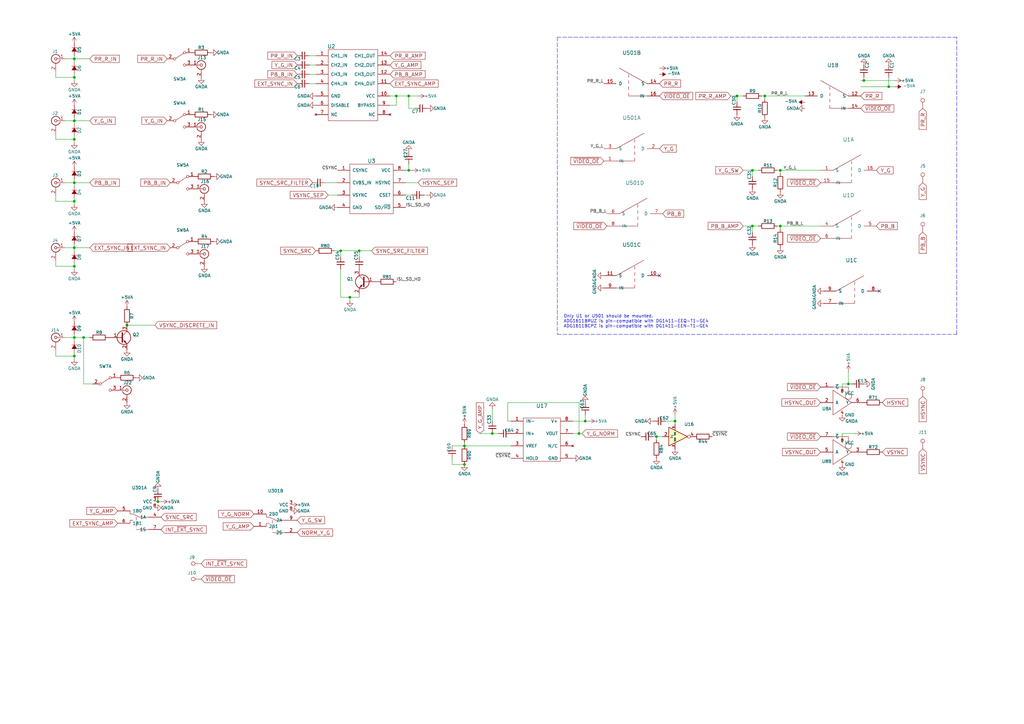
<source format=kicad_sch>
(kicad_sch (version 20211123) (generator eeschema)
  (paper "A3")
  (title_block (title "BKM-68X Alternative") (rev "F") (company "L33T TEK") (comment 1 "Martin Hejnfelt") (comment 2 "martin@hejnfelt.com") (comment 3 "www.immerhax.com"))
  (junction (at 276.86 172.72))
  (junction (at 320.04 92.71))
  (junction (at 30.48 101.6))
  (junction (at 30.48 31.75))
  (junction (at 201.93 177.8))
  (junction (at 240.03 172.72))
  (junction (at 190.5 182.88))
  (junction (at 64.77 205.74))
  (junction (at 167.64 39.37))
  (junction (at 190.5 190.5))
  (junction (at 354.33 33.02))
  (junction (at 30.48 57.15))
  (junction (at 237.49 177.8))
  (junction (at 30.48 146.05))
  (junction (at 302.26 39.37))
  (junction (at 364.49 35.56))
  (junction (at 347.98 157.48))
  (junction (at 167.64 69.85))
  (junction (at 313.69 39.37))
  (junction (at 30.48 74.93))
  (junction (at 30.48 49.53))
  (junction (at 30.48 24.13))
  (junction (at 147.32 102.87))
  (junction (at 52.07 133.35))
  (junction (at 34.29 138.43))
  (junction (at 308.61 92.71))
  (junction (at 162.56 39.37))
  (junction (at 30.48 109.22))
  (junction (at 308.61 69.85))
  (junction (at 139.7 102.87))
  (junction (at 269.24 179.07))
  (junction (at 30.48 82.55))
  (junction (at 320.04 69.85))
  (junction (at 30.48 138.43))
  (junction (at 143.51 121.92))
  (no_connect (at 360.68 119.38))
  (no_connect (at 270.51 113.03))
  (wire (pts (xy 30.48 137.16) (xy 30.48 138.43)))
  (wire (pts (xy 127 22.86) (xy 129.54 22.86)))
  (wire (pts (xy 364.49 35.56) (xy 367.03 35.56)))
  (wire (pts (xy 167.64 39.37) (xy 171.45 39.37)))
  (wire (pts (xy 30.48 24.13) (xy 36.83 24.13)))
  (wire (pts (xy 269.24 180.34) (xy 269.24 179.07)))
  (wire (pts (xy 26.67 138.43) (xy 30.48 138.43)))
  (wire (pts (xy 30.48 22.86) (xy 30.48 24.13)))
  (wire (pts (xy 22.86 146.05) (xy 30.48 146.05)))
  (wire (pts (xy 190.5 181.61) (xy 190.5 182.88)))
  (wire (pts (xy 185.42 187.96) (xy 185.42 190.5)))
  (wire (pts (xy 237.49 177.8) (xy 238.76 177.8)))
  (wire (pts (xy 22.86 54.61) (xy 22.86 57.15)))
  (wire (pts (xy 353.06 35.56) (xy 364.49 35.56)))
  (wire (pts (xy 166.37 69.85) (xy 167.64 69.85)))
  (wire (pts (xy 312.42 39.37) (xy 313.69 39.37)))
  (wire (pts (xy 30.48 49.53) (xy 36.83 49.53)))
  (wire (pts (xy 354.33 33.02) (xy 354.33 31.75)))
  (wire (pts (xy 166.37 74.93) (xy 171.45 74.93)))
  (wire (pts (xy 304.8 69.85) (xy 308.61 69.85)))
  (wire (pts (xy 22.86 29.21) (xy 22.86 31.75)))
  (wire (pts (xy 308.61 95.25) (xy 308.61 92.71)))
  (wire (pts (xy 318.77 92.71) (xy 320.04 92.71)))
  (wire (pts (xy 30.48 48.26) (xy 30.48 49.53)))
  (wire (pts (xy 308.61 72.39) (xy 308.61 69.85)))
  (wire (pts (xy 185.42 190.5) (xy 190.5 190.5)))
  (wire (pts (xy 30.48 73.66) (xy 30.48 74.93)))
  (wire (pts (xy 276.86 172.72) (xy 276.86 173.99)))
  (wire (pts (xy 26.67 74.93) (xy 30.48 74.93)))
  (wire (pts (xy 30.48 138.43) (xy 34.29 138.43)))
  (wire (pts (xy 22.86 57.15) (xy 30.48 57.15)))
  (wire (pts (xy 167.64 44.45) (xy 167.64 39.37)))
  (wire (pts (xy 139.7 102.87) (xy 139.7 105.41)))
  (wire (pts (xy 30.48 81.28) (xy 30.48 82.55)))
  (wire (pts (xy 308.61 92.71) (xy 311.15 92.71)))
  (wire (pts (xy 302.26 39.37) (xy 304.8 39.37)))
  (wire (pts (xy 320.04 69.85) (xy 336.55 69.85)))
  (wire (pts (xy 22.86 106.68) (xy 22.86 109.22)))
  (wire (pts (xy 30.48 49.53) (xy 30.48 50.8)))
  (wire (pts (xy 166.37 80.01) (xy 168.91 80.01)))
  (wire (pts (xy 269.24 179.07) (xy 271.78 179.07)))
  (wire (pts (xy 209.55 172.72) (xy 208.28 172.72)))
  (wire (pts (xy 30.48 146.05) (xy 30.48 147.32)))
  (wire (pts (xy 30.48 107.95) (xy 30.48 109.22)))
  (polyline (pts (xy 392.43 137.16) (xy 392.43 15.24)))
  (wire (pts (xy 137.16 102.87) (xy 139.7 102.87)))
  (wire (pts (xy 30.48 101.6) (xy 36.83 101.6)))
  (wire (pts (xy 162.56 39.37) (xy 167.64 39.37)))
  (wire (pts (xy 30.48 82.55) (xy 30.48 83.82)))
  (wire (pts (xy 267.97 179.07) (xy 269.24 179.07)))
  (wire (pts (xy 345.44 161.29) (xy 345.44 157.48)))
  (wire (pts (xy 52.07 133.35) (xy 63.5 133.35)))
  (wire (pts (xy 127 26.67) (xy 129.54 26.67)))
  (wire (pts (xy 173.99 80.01) (xy 175.26 80.01)))
  (wire (pts (xy 345.44 157.48) (xy 347.98 157.48)))
  (polyline (pts (xy 392.43 15.24) (xy 228.6 15.24)))
  (wire (pts (xy 313.69 39.37) (xy 330.2 39.37)))
  (wire (pts (xy 133.35 74.93) (xy 138.43 74.93)))
  (wire (pts (xy 345.44 177.8) (xy 350.52 177.8)))
  (wire (pts (xy 302.26 41.91) (xy 302.26 39.37)))
  (wire (pts (xy 30.48 30.48) (xy 30.48 31.75)))
  (wire (pts (xy 299.72 39.37) (xy 302.26 39.37)))
  (wire (pts (xy 30.48 101.6) (xy 30.48 102.87)))
  (wire (pts (xy 234.95 172.72) (xy 240.03 172.72)))
  (wire (pts (xy 308.61 69.85) (xy 311.15 69.85)))
  (wire (pts (xy 313.69 39.37) (xy 313.69 40.64)))
  (wire (pts (xy 347.98 157.48) (xy 347.98 152.4)))
  (polyline (pts (xy 228.6 15.24) (xy 228.6 137.16)))
  (wire (pts (xy 167.64 67.31) (xy 167.64 69.85)))
  (wire (pts (xy 127 34.29) (xy 129.54 34.29)))
  (wire (pts (xy 318.77 69.85) (xy 320.04 69.85)))
  (wire (pts (xy 30.48 74.93) (xy 36.83 74.93)))
  (wire (pts (xy 26.67 101.6) (xy 30.48 101.6)))
  (wire (pts (xy 147.32 121.92) (xy 147.32 120.65)))
  (wire (pts (xy 367.03 33.02) (xy 354.33 33.02)))
  (wire (pts (xy 143.51 121.92) (xy 147.32 121.92)))
  (wire (pts (xy 139.7 121.92) (xy 143.51 121.92)))
  (wire (pts (xy 240.03 172.72) (xy 241.3 172.72)))
  (wire (pts (xy 320.04 92.71) (xy 320.04 93.98)))
  (wire (pts (xy 276.86 170.18) (xy 276.86 172.72)))
  (wire (pts (xy 185.42 182.88) (xy 190.5 182.88)))
  (wire (pts (xy 201.93 177.8) (xy 204.47 177.8)))
  (wire (pts (xy 26.67 49.53) (xy 30.48 49.53)))
  (wire (pts (xy 208.28 165.1) (xy 237.49 165.1)))
  (wire (pts (xy 22.86 31.75) (xy 30.48 31.75)))
  (polyline (pts (xy 228.6 137.16) (xy 392.43 137.16)))
  (wire (pts (xy 273.05 172.72) (xy 276.86 172.72)))
  (wire (pts (xy 237.49 165.1) (xy 237.49 177.8)))
  (wire (pts (xy 22.86 109.22) (xy 30.48 109.22)))
  (wire (pts (xy 22.86 143.51) (xy 22.86 146.05)))
  (wire (pts (xy 30.48 31.75) (xy 30.48 33.02)))
  (wire (pts (xy 353.06 33.02) (xy 354.33 33.02)))
  (wire (pts (xy 34.29 138.43) (xy 34.29 157.48)))
  (wire (pts (xy 201.93 167.64) (xy 201.93 172.72)))
  (wire (pts (xy 160.02 39.37) (xy 162.56 39.37)))
  (wire (pts (xy 347.98 157.48) (xy 349.25 157.48)))
  (wire (pts (xy 30.48 74.93) (xy 30.48 76.2)))
  (wire (pts (xy 147.32 102.87) (xy 152.4 102.87)))
  (wire (pts (xy 26.67 24.13) (xy 30.48 24.13)))
  (wire (pts (xy 170.18 44.45) (xy 167.64 44.45)))
  (wire (pts (xy 127 30.48) (xy 129.54 30.48)))
  (wire (pts (xy 30.48 57.15) (xy 30.48 58.42)))
  (wire (pts (xy 64.77 205.74) (xy 66.04 205.74)))
  (wire (pts (xy 22.86 80.01) (xy 22.86 82.55)))
  (wire (pts (xy 22.86 82.55) (xy 30.48 82.55)))
  (wire (pts (xy 63.5 205.74) (xy 64.77 205.74)))
  (wire (pts (xy 160.02 43.18) (xy 162.56 43.18)))
  (wire (pts (xy 345.44 181.61) (xy 345.44 177.8)))
  (wire (pts (xy 30.48 55.88) (xy 30.48 57.15)))
  (wire (pts (xy 34.29 138.43) (xy 36.83 138.43)))
  (wire (pts (xy 320.04 69.85) (xy 320.04 71.12)))
  (wire (pts (xy 134.62 80.01) (xy 138.43 80.01)))
  (wire (pts (xy 139.7 102.87) (xy 147.32 102.87)))
  (wire (pts (xy 304.8 92.71) (xy 308.61 92.71)))
  (wire (pts (xy 320.04 92.71) (xy 336.55 92.71)))
  (wire (pts (xy 208.28 172.72) (xy 208.28 165.1)))
  (wire (pts (xy 34.29 157.48) (xy 38.1 157.48)))
  (wire (pts (xy 147.32 102.87) (xy 147.32 105.41)))
  (wire (pts (xy 30.48 138.43) (xy 30.48 139.7)))
  (wire (pts (xy 30.48 144.78) (xy 30.48 146.05)))
  (wire (pts (xy 167.64 69.85) (xy 168.91 69.85)))
  (wire (pts (xy 30.48 100.33) (xy 30.48 101.6)))
  (wire (pts (xy 139.7 110.49) (xy 139.7 121.92)))
  (wire (pts (xy 162.56 43.18) (xy 162.56 39.37)))
  (wire (pts (xy 143.51 123.19) (xy 143.51 121.92)))
  (wire (pts (xy 240.03 170.18) (xy 240.03 172.72)))
  (wire (pts (xy 196.85 177.8) (xy 201.93 177.8)))
  (wire (pts (xy 30.48 24.13) (xy 30.48 25.4)))
  (wire (pts (xy 190.5 182.88) (xy 209.55 182.88)))
  (wire (pts (xy 364.49 31.75) (xy 364.49 35.56)))
  (wire (pts (xy 30.48 109.22) (xy 30.48 110.49)))
  (wire (pts (xy 237.49 177.8) (xy 234.95 177.8)))
  (text "Only U1 or U501 should be mounted.\nADG1611BRUZ is pin-compatible with DG1411-EEQ-T1-GE4\nADG1611BCPZ is pin-compatible with DG1411-EEN-T1-GE4" (at 231.14 134.62 0) (effects (font (size 1.27 1.27)) (justify left bottom)))
  (label "Y_G_L" (at 247.65 60.96 180))
  (label "CSYNC" (at 138.43 69.85 180))
  (label "PR_R_L" (at 316.23 39.37 0))
  (label "ISL_SD_HD" (at 162.56 115.57 0))
  (label "PB_B_L" (at 322.58 92.71 0))
  (label "Y_G_L" (at 321.31 69.85 0))
  (label "~{CSYNC}" (at 209.55 187.96 180))
  (label "PB_B_L" (at 248.92 87.63 180))
  (label "~{CSYNC}" (at 292.1 179.07 0))
  (label "CSYNC" (at 262.89 179.07 180))
  (label "PR_R_L" (at 247.65 34.29 180))
  (label "ISL_SD_HD" (at 166.37 85.09 0))
  (global_label "EXT_SYNC_IN" (shape input) (at 121.92 34.29 180) (effects (font (size 1.524 1.524))) (property "Intersheet References" "${INTERSHEET_REFS}" (effects hide)))
  (global_label "~{VIDEO_OE}" (shape input) (at 270.51 39.37 0) (effects (font (size 1.524 1.524))) (property "Intersheet References" "${INTERSHEET_REFS}" (effects hide)))
  (global_label "EXT_SYNC_AMP" (shape input) (at 160.02 34.29 0) (effects (font (size 1.524 1.524))) (property "Intersheet References" "${INTERSHEET_REFS}" (effects hide)))
  (global_label "~{VIDEO_OE}" (shape input) (at 336.55 97.79 180) (effects (font (size 1.524 1.524))) (property "Intersheet References" "${INTERSHEET_REFS}" (effects hide)))
  (global_label "Y_G_SW" (shape input) (at 304.8 69.85 180) (effects (font (size 1.524 1.524))) (property "Intersheet References" "${INTERSHEET_REFS}" (effects hide)))
  (global_label "Y_G_IN" (shape input) (at 121.92 26.67 180) (effects (font (size 1.524 1.524))) (property "Intersheet References" "${INTERSHEET_REFS}" (effects hide)))
  (global_label "Y_G_AMP" (shape input) (at 160.02 26.67 0) (effects (font (size 1.524 1.524))) (property "Intersheet References" "${INTERSHEET_REFS}" (effects hide)))
  (global_label "~{VIDEO_OE}" (shape input) (at 248.92 92.71 180) (effects (font (size 1.524 1.524))) (property "Intersheet References" "${INTERSHEET_REFS}" (effects hide)))
  (global_label "PB_B" (shape input) (at 271.78 87.63 0) (effects (font (size 1.524 1.524))) (property "Intersheet References" "${INTERSHEET_REFS}" (effects hide)))
  (global_label "SYNC_SRC" (shape input) (at 66.04 212.09 0) (effects (font (size 1.524 1.524))) (property "Intersheet References" "${INTERSHEET_REFS}" (effects hide)))
  (global_label "VSYNC_DISCRETE_IN" (shape input) (at 63.5 133.35 0) (effects (font (size 1.524 1.524))) (property "Intersheet References" "${INTERSHEET_REFS}" (effects hide)))
  (global_label "~{VIDEO_OE}" (shape input) (at 336.55 158.75 180) (effects (font (size 1.524 1.524))) (property "Intersheet References" "${INTERSHEET_REFS}" (effects hide)))
  (global_label "SYNC_SRC_FILTER" (shape input) (at 128.27 74.93 180) (effects (font (size 1.524 1.524))) (property "Intersheet References" "${INTERSHEET_REFS}" (effects hide)))
  (global_label "PB_B_AMP" (shape input) (at 160.02 30.48 0) (effects (font (size 1.524 1.524))) (property "Intersheet References" "${INTERSHEET_REFS}" (effects hide)))
  (global_label "SYNC_SRC_FILTER" (shape input) (at 152.4 102.87 0) (effects (font (size 1.524 1.524))) (property "Intersheet References" "${INTERSHEET_REFS}" (effects hide)))
  (global_label "Y_G_AMP" (shape input) (at 48.26 209.55 180) (effects (font (size 1.524 1.524))) (property "Intersheet References" "${INTERSHEET_REFS}" (effects hide)))
  (global_label "VSYNC_OUT" (shape input) (at 336.55 185.42 180) (effects (font (size 1.524 1.524))) (property "Intersheet References" "${INTERSHEET_REFS}" (effects hide)))
  (global_label "INT_~{EXT}_SYNC" (shape input) (at 66.04 217.17 0) (effects (font (size 1.524 1.524))) (property "Intersheet References" "${INTERSHEET_REFS}" (effects hide)))
  (global_label "VSYNC" (shape input) (at 378.46 184.15 270) (effects (font (size 1.524 1.524))) (property "Intersheet References" "${INTERSHEET_REFS}" (effects hide)))
  (global_label "~{VIDEO_OE}" (shape input) (at 336.55 179.07 180) (effects (font (size 1.524 1.524))) (property "Intersheet References" "${INTERSHEET_REFS}" (effects hide)))
  (global_label "HSYNC" (shape input) (at 378.46 162.56 270) (effects (font (size 1.524 1.524))) (property "Intersheet References" "${INTERSHEET_REFS}" (effects hide)))
  (global_label "Y_G_NORM" (shape input) (at 104.14 210.82 180) (effects (font (size 1.524 1.524))) (property "Intersheet References" "${INTERSHEET_REFS}" (effects hide)))
  (global_label "EXT_SYNC_IN" (shape input) (at 69.85 101.6 180) (effects (font (size 1.524 1.524))) (property "Intersheet References" "${INTERSHEET_REFS}" (effects hide)))
  (global_label "PB_B_IN" (shape input) (at 36.83 74.93 0) (effects (font (size 1.524 1.524))) (property "Intersheet References" "${INTERSHEET_REFS}" (effects hide)))
  (global_label "PR_R_IN" (shape input) (at 36.83 24.13 0) (effects (font (size 1.524 1.524))) (property "Intersheet References" "${INTERSHEET_REFS}" (effects hide)))
  (global_label "Y_G_IN" (shape input) (at 36.83 49.53 0) (effects (font (size 1.524 1.524))) (property "Intersheet References" "${INTERSHEET_REFS}" (effects hide)))
  (global_label "PB_B" (shape input) (at 359.41 92.71 0) (effects (font (size 1.524 1.524))) (property "Intersheet References" "${INTERSHEET_REFS}" (effects hide)))
  (global_label "Y_G_SW" (shape input) (at 121.92 213.36 0) (effects (font (size 1.524 1.524))) (property "Intersheet References" "${INTERSHEET_REFS}" (effects hide)))
  (global_label "PB_B_AMP" (shape input) (at 304.8 92.71 180) (effects (font (size 1.524 1.524))) (property "Intersheet References" "${INTERSHEET_REFS}" (effects hide)))
  (global_label "HSYNC_OUT" (shape input) (at 336.55 165.1 180) (effects (font (size 1.524 1.524))) (property "Intersheet References" "${INTERSHEET_REFS}" (effects hide)))
  (global_label "PR_R" (shape input) (at 353.06 39.37 0) (effects (font (size 1.524 1.524))) (property "Intersheet References" "${INTERSHEET_REFS}" (effects hide)))
  (global_label "PR_R_IN" (shape input) (at 68.58 24.13 180) (effects (font (size 1.524 1.524))) (property "Intersheet References" "${INTERSHEET_REFS}" (effects hide)))
  (global_label "SYNC_SRC" (shape input) (at 129.54 102.87 180) (effects (font (size 1.524 1.524))) (property "Intersheet References" "${INTERSHEET_REFS}" (effects hide)))
  (global_label "PB_B_IN" (shape input) (at 121.92 30.48 180) (effects (font (size 1.524 1.524))) (property "Intersheet References" "${INTERSHEET_REFS}" (effects hide)))
  (global_label "INT_~{EXT}_SYNC" (shape input) (at 82.55 231.14 0) (effects (font (size 1.524 1.524))) (property "Intersheet References" "${INTERSHEET_REFS}" (effects hide)))
  (global_label "Y_G_AMP" (shape input) (at 104.14 215.9 180) (effects (font (size 1.524 1.524))) (property "Intersheet References" "${INTERSHEET_REFS}" (effects hide)))
  (global_label "~{VIDEO_OE}" (shape input) (at 353.06 44.45 0) (effects (font (size 1.524 1.524))) (property "Intersheet References" "${INTERSHEET_REFS}" (effects hide)))
  (global_label "PR_R" (shape input) (at 378.46 44.45 270) (effects (font (size 1.524 1.524))) (property "Intersheet References" "${INTERSHEET_REFS}" (effects hide)))
  (global_label "Y_G" (shape input) (at 359.41 69.85 0) (effects (font (size 1.524 1.524))) (property "Intersheet References" "${INTERSHEET_REFS}" (effects hide)))
  (global_label "EXT_SYNC_IN" (shape input) (at 36.83 101.6 0) (effects (font (size 1.524 1.524))) (property "Intersheet References" "${INTERSHEET_REFS}" (effects hide)))
  (global_label "VSYNC_SEP" (shape input) (at 134.62 80.01 180) (effects (font (size 1.524 1.524))) (property "Intersheet References" "${INTERSHEET_REFS}" (effects hide)))
  (global_label "PB_B" (shape input) (at 378.46 95.25 270) (effects (font (size 1.524 1.524))) (property "Intersheet References" "${INTERSHEET_REFS}" (effects hide)))
  (global_label "PR_R" (shape input) (at 270.51 34.29 0) (effects (font (size 1.524 1.524))) (property "Intersheet References" "${INTERSHEET_REFS}" (effects hide)))
  (global_label "EXT_SYNC_AMP" (shape input) (at 48.26 214.63 180) (effects (font (size 1.524 1.524))) (property "Intersheet References" "${INTERSHEET_REFS}" (effects hide)))
  (global_label "HSYNC" (shape input) (at 361.95 165.1 0) (effects (font (size 1.524 1.524))) (property "Intersheet References" "${INTERSHEET_REFS}" (effects hide)))
  (global_label "Y_G_NORM" (shape input) (at 238.76 177.8 0) (effects (font (size 1.524 1.524))) (property "Intersheet References" "${INTERSHEET_REFS}" (effects hide)))
  (global_label "PR_R_AMP" (shape input) (at 299.72 39.37 180) (effects (font (size 1.524 1.524))) (property "Intersheet References" "${INTERSHEET_REFS}" (effects hide)))
  (global_label "~{VIDEO_OE}" (shape input) (at 247.65 66.04 180) (effects (font (size 1.524 1.524))) (property "Intersheet References" "${INTERSHEET_REFS}" (effects hide)))
  (global_label "HSYNC_SEP" (shape input) (at 171.45 74.93 0) (effects (font (size 1.524 1.524))) (property "Intersheet References" "${INTERSHEET_REFS}" (effects hide)))
  (global_label "Y_G_IN" (shape input) (at 68.58 49.53 180) (effects (font (size 1.524 1.524))) (property "Intersheet References" "${INTERSHEET_REFS}" (effects hide)))
  (global_label "Y_G" (shape input) (at 270.51 60.96 0) (effects (font (size 1.524 1.524))) (property "Intersheet References" "${INTERSHEET_REFS}" (effects hide)))
  (global_label "Y_G_AMP" (shape input) (at 196.85 177.8 90) (effects (font (size 1.524 1.524))) (property "Intersheet References" "${INTERSHEET_REFS}" (effects hide)))
  (global_label "Y_G" (shape input) (at 378.46 74.93 270) (effects (font (size 1.524 1.524))) (property "Intersheet References" "${INTERSHEET_REFS}" (effects hide)))
  (global_label "NORM_Y_G" (shape input) (at 121.92 218.44 0) (effects (font (size 1.524 1.524))) (property "Intersheet References" "${INTERSHEET_REFS}" (effects hide)))
  (global_label "PR_R_IN" (shape input) (at 121.92 22.86 180) (effects (font (size 1.524 1.524))) (property "Intersheet References" "${INTERSHEET_REFS}" (effects hide)))
  (global_label "PR_R_AMP" (shape input) (at 160.02 22.86 0) (effects (font (size 1.524 1.524))) (property "Intersheet References" "${INTERSHEET_REFS}" (effects hide)))
  (global_label "~{VIDEO_OE}" (shape input) (at 336.55 74.93 180) (effects (font (size 1.524 1.524))) (property "Intersheet References" "${INTERSHEET_REFS}" (effects hide)))
  (global_label "PB_B_IN" (shape input) (at 69.85 74.93 180) (effects (font (size 1.524 1.524))) (property "Intersheet References" "${INTERSHEET_REFS}" (effects hide)))
  (global_label "VSYNC" (shape input) (at 361.95 185.42 0) (effects (font (size 1.524 1.524))) (property "Intersheet References" "${INTERSHEET_REFS}" (effects hide)))
  (global_label "~{VIDEO_OE}" (shape input) (at 82.55 237.49 0) (effects (font (size 1.524 1.524))) (property "Intersheet References" "${INTERSHEET_REFS}" (effects hide)))
  (symbol (lib_id "ths7374:THS7374") (at 144.78 35.56 0) (unit 1)
    (property "Reference" "U2" (at 135.89 19.05 0) (effects (font (size 1.524 1.524))))
    (property "JLC" "TSSOP-14" (effects hide))
    (property "LCSC" "C2652746" (effects hide))
  )
  (symbol (lib_id "isl59885:ISL59885") (at 152.4 77.47 0) (unit 1)
    (property "Reference" "U3" (at 152.4 66.04 0) (effects (font (size 1.524 1.524))))
    (property "JLC" "SOIC-8" (effects hide))
    (property "LCSC" "C1519107" (effects hide))
  )
  (symbol (lib_id "power:GNDA") (at 129.54 39.37 270) (unit 1)
    (property "Reference" "#PWR01" (effects hide))
  )
  (symbol (lib_id "power:GNDA") (at 138.43 85.09 270) (unit 1)
    (property "Reference" "#PWR02" (effects hide))
  )
  (symbol (lib_id "bkm-68x-simple-rescue:C_Small") (at 171.45 80.01 270) (unit 1)
    (property "Reference" "C11" (at 166.37 81.28 90) (effects (justify left)))
    (property "JLC" "0805" (effects hide))
    (property "LCSC" "C107156" (effects hide))
  )
  (symbol (lib_id "power:GNDA") (at 175.26 80.01 90) (unit 1)
    (property "Reference" "#PWR04" (effects hide))
  )
  (symbol (lib_id "bkm-68x-simple-rescue:Conn_Coaxial") (at 22.86 24.13 0) (mirror y) (unit 1)
    (property "Reference" "J1" (at 22.606 21.082 0))
  )
  (symbol (lib_id "bkm-68x-simple-rescue:C_Small") (at 130.81 74.93 270) (unit 1)
    (property "Reference" "C10" (at 127 76.2 90) (effects (justify left)))
    (property "JLC" "0805" (effects hide))
    (property "LCSC" "C77082" (effects hide))
  )
  (symbol (lib_id "bkm-68x-simple-rescue:R") (at 82.55 46.99 90) (unit 1)
    (property "Reference" "R1" (at 82.55 44.958 90))
    (property "JLC" "0805" (effects hide))
    (property "LCSC" "C141697" (effects hide))
  )
  (symbol (lib_id "bkm-68x-simple-rescue:D_Small_ALT") (at 30.48 45.72 270) (unit 1)
    (property "Reference" "D1" (at 32.512 44.45 0) (effects (justify left)))
  )
  (symbol (lib_id "bkm-68x-simple-rescue:D_Small_ALT") (at 30.48 53.34 270) (unit 1)
    (property "Reference" "D2" (at 32.512 52.07 0) (effects (justify left)))
  )
  (symbol (lib_id "power:GNDA") (at 30.48 58.42 0) (unit 1)
    (property "Reference" "#PWR06" (effects hide))
  )
  (symbol (lib_id "bkm-68x-simple-rescue:Conn_Coaxial") (at 22.86 74.93 0) (mirror y) (unit 1)
    (property "Reference" "J3" (at 22.606 71.882 0))
  )
  (symbol (lib_id "bkm-68x-simple-rescue:R") (at 82.55 21.59 90) (unit 1)
    (property "Reference" "R3" (at 82.55 19.558 90))
    (property "JLC" "0805" (effects hide))
    (property "LCSC" "C141697" (effects hide))
  )
  (symbol (lib_id "bkm-68x-simple-rescue:D_Small_ALT") (at 30.48 20.32 270) (unit 1)
    (property "Reference" "D5" (at 32.512 19.05 0) (effects (justify left)))
  )
  (symbol (lib_id "bkm-68x-simple-rescue:D_Small_ALT") (at 30.48 27.94 270) (unit 1)
    (property "Reference" "D6" (at 32.512 26.67 0) (effects (justify left)))
  )
  (symbol (lib_id "power:GNDA") (at 30.48 33.02 0) (unit 1)
    (property "Reference" "#PWR08" (effects hide))
  )
  (symbol (lib_id "bkm-68x-simple-rescue:Conn_Coaxial") (at 22.86 49.53 0) (mirror y) (unit 1)
    (property "Reference" "J2" (at 22.606 46.482 0))
  )
  (symbol (lib_id "bkm-68x-simple-rescue:R") (at 83.82 72.39 90) (unit 1)
    (property "Reference" "R2" (at 83.82 70.358 90))
    (property "JLC" "0805" (effects hide))
    (property "LCSC" "C141697" (effects hide))
  )
  (symbol (lib_id "bkm-68x-simple-rescue:D_Small_ALT") (at 30.48 71.12 270) (unit 1)
    (property "Reference" "D3" (at 32.512 69.85 0) (effects (justify left)))
  )
  (symbol (lib_id "bkm-68x-simple-rescue:D_Small_ALT") (at 30.48 78.74 270) (unit 1)
    (property "Reference" "D4" (at 32.512 77.47 0) (effects (justify left)))
  )
  (symbol (lib_id "power:GNDA") (at 30.48 83.82 0) (unit 1)
    (property "Reference" "#PWR010" (effects hide))
  )
  (symbol (lib_id "bkm-68x-simple-rescue:Conn_Coaxial") (at 22.86 101.6 0) (mirror y) (unit 1)
    (property "Reference" "J4" (at 22.606 98.552 0))
  )
  (symbol (lib_id "bkm-68x-simple-rescue:R") (at 83.82 99.06 90) (unit 1)
    (property "Reference" "R4" (at 83.82 97.028 90))
    (property "JLC" "0805" (effects hide))
    (property "LCSC" "C141697" (effects hide))
  )
  (symbol (lib_id "bkm-68x-simple-rescue:D_Small_ALT") (at 30.48 97.79 270) (unit 1)
    (property "Reference" "D7" (at 32.512 96.52 0) (effects (justify left)))
  )
  (symbol (lib_id "bkm-68x-simple-rescue:D_Small_ALT") (at 30.48 105.41 270) (unit 1)
    (property "Reference" "D8" (at 32.512 104.14 0) (effects (justify left)))
  )
  (symbol (lib_id "power:GNDA") (at 30.48 110.49 0) (unit 1)
    (property "Reference" "#PWR012" (effects hide))
  )
  (symbol (lib_id "bkm-68x-simple-rescue:C_Small") (at 124.46 22.86 270) (unit 1)
    (property "Reference" "C3" (at 120.65 24.13 90) (effects (justify left)))
    (property "JLC" "0805" (effects hide))
    (property "LCSC" "C77082" (effects hide))
  )
  (symbol (lib_id "bkm-68x-simple-rescue:C_Small") (at 124.46 26.67 270) (unit 1)
    (property "Reference" "C4" (at 120.65 27.94 90) (effects (justify left)))
    (property "JLC" "0805" (effects hide))
    (property "LCSC" "C77082" (effects hide))
  )
  (symbol (lib_id "bkm-68x-simple-rescue:C_Small") (at 124.46 30.48 270) (unit 1)
    (property "Reference" "C5" (at 120.65 31.75 90) (effects (justify left)))
    (property "JLC" "0805" (effects hide))
    (property "LCSC" "C77082" (effects hide))
  )
  (symbol (lib_id "bkm-68x-simple-rescue:C_Small") (at 124.46 34.29 270) (unit 1)
    (property "Reference" "C6" (at 120.65 35.56 90) (effects (justify left)))
    (property "JLC" "0805" (effects hide))
    (property "LCSC" "C77082" (effects hide))
  )
  (symbol (lib_id "power:GNDA") (at 129.54 43.18 270) (unit 1)
    (property "Reference" "#PWR013" (effects hide))
  )
  (symbol (lib_id "power:GNDA") (at 330.2 44.45 270) (unit 1)
    (property "Reference" "#PWR016" (effects hide))
  )
  (symbol (lib_id "power:+5VA") (at 168.91 69.85 270) (unit 1)
    (property "Reference" "#PWR021" (effects hide))
  )
  (symbol (lib_id "power:+5VA") (at 171.45 39.37 270) (unit 1)
    (property "Reference" "#PWR022" (effects hide))
  )
  (symbol (lib_id "bkm-68x-simple-rescue:C_Small") (at 172.72 44.45 270) (unit 1)
    (property "Reference" "C7" (at 168.91 45.72 90) (effects (justify left)))
    (property "JLC" "0805" (effects hide))
    (property "LCSC" "C77082" (effects hide))
  )
  (symbol (lib_id "power:GNDA") (at 175.26 44.45 90) (unit 1)
    (property "Reference" "#PWR023" (effects hide))
  )
  (symbol (lib_id "bkm-68x-simple-rescue:C_Small") (at 64.77 203.2 180) (unit 1)
    (property "Reference" "C9" (at 63.5 199.39 90) (effects (justify left)))
    (property "JLC" "0805" (effects hide))
    (property "LCSC" "C77082" (effects hide))
  )
  (symbol (lib_id "power:GNDA") (at 64.77 200.66 180) (unit 1)
    (property "Reference" "#PWR024" (effects hide))
  )
  (symbol (lib_id "bkm-68x-simple-rescue:C_Small") (at 364.49 29.21 0) (mirror x) (unit 1)
    (property "Reference" "C1" (at 365.76 25.4 90) (effects (justify left)))
    (property "JLC" "0805" (effects hide))
    (property "LCSC" "C77082" (effects hide))
  )
  (symbol (lib_id "bkm-68x-simple-rescue:C_Small") (at 354.33 29.21 0) (mirror x) (unit 1)
    (property "Reference" "C2" (at 355.6 25.4 90) (effects (justify left)))
    (property "JLC" "0805" (effects hide))
    (property "LCSC" "C77082" (effects hide))
  )
  (symbol (lib_id "power:GNDA") (at 354.33 26.67 0) (mirror x) (unit 1)
    (property "Reference" "#PWR026" (effects hide))
  )
  (symbol (lib_id "power:GNDA") (at 364.49 26.67 0) (mirror x) (unit 1)
    (property "Reference" "#PWR027" (effects hide))
  )
  (symbol (lib_id "bkm-68x-simple-rescue:R") (at 308.61 39.37 90) (unit 1)
    (property "Reference" "R9" (at 308.61 37.338 90))
    (property "JLC" "0805" (effects hide))
    (property "LCSC" "C114523" (effects hide))
  )
  (symbol (lib_id "bkm-68x-simple-rescue:R") (at 313.69 44.45 180) (unit 1)
    (property "Reference" "R10" (at 311.658 44.45 90))
    (property "JLC" "0805" (effects hide))
    (property "LCSC" "C141697" (effects hide))
  )
  (symbol (lib_id "power:GNDA") (at 313.69 48.26 0) (unit 1)
    (property "Reference" "#PWR028" (effects hide))
  )
  (symbol (lib_id "bkm-68x-simple-rescue:R") (at 314.96 69.85 90) (unit 1)
    (property "Reference" "R11" (at 314.96 67.818 90))
    (property "JLC" "0805" (effects hide))
    (property "LCSC" "C114523" (effects hide))
  )
  (symbol (lib_id "bkm-68x-simple-rescue:R") (at 320.04 74.93 180) (unit 1)
    (property "Reference" "R12" (at 318.008 74.93 90))
    (property "JLC" "0805" (effects hide))
    (property "LCSC" "C141697" (effects hide))
  )
  (symbol (lib_id "power:GNDA") (at 320.04 78.74 0) (unit 1)
    (property "Reference" "#PWR029" (effects hide))
  )
  (symbol (lib_id "bkm-68x-simple-rescue:R") (at 314.96 92.71 90) (unit 1)
    (property "Reference" "R13" (at 314.96 90.678 90))
    (property "JLC" "0805" (effects hide))
    (property "LCSC" "C114523" (effects hide))
  )
  (symbol (lib_id "bkm-68x-simple-rescue:R") (at 320.04 97.79 180) (unit 1)
    (property "Reference" "R14" (at 318.008 97.79 90))
    (property "JLC" "0805" (effects hide))
    (property "LCSC" "C141697" (effects hide))
  )
  (symbol (lib_id "power:GNDA") (at 320.04 101.6 0) (unit 1)
    (property "Reference" "#PWR030" (effects hide))
  )
  (symbol (lib_id "power:GNDA") (at 345.44 170.18 0) (unit 1)
    (property "Reference" "#PWR031" (effects hide))
  )
  (symbol (lib_id "bkm-68x-simple-rescue:C_Small") (at 351.79 157.48 90) (unit 1)
    (property "Reference" "C13" (at 355.6 156.21 90) (effects (justify left)))
    (property "JLC" "0805" (effects hide))
    (property "LCSC" "C77082" (effects hide))
  )
  (symbol (lib_id "bkm-68x-simple-rescue:TEST_1P") (at 378.46 74.93 0) (unit 1)
    (property "Reference" "J5" (at 378.46 68.072 0))
  )
  (symbol (lib_id "bkm-68x-simple-rescue:TEST_1P") (at 378.46 95.25 0) (unit 1)
    (property "Reference" "J6" (at 378.46 88.392 0))
  )
  (symbol (lib_id "bkm-68x-simple-rescue:TEST_1P") (at 378.46 44.45 0) (unit 1)
    (property "Reference" "J7" (at 378.46 37.592 0))
  )
  (symbol (lib_id "bkm-68x-simple-rescue:TEST_1P") (at 378.46 162.56 0) (unit 1)
    (property "Reference" "J8" (at 378.46 155.702 0))
  )
  (symbol (lib_id "bkm-68x-simple-rescue:TEST_1P") (at 378.46 184.15 0) (unit 1)
    (property "Reference" "J11" (at 378.46 177.292 0))
  )
  (symbol (lib_id "bkm-68x-simple-rescue:TEST_1P") (at 82.55 231.14 90) (unit 1)
    (property "Reference" "J9" (at 78.74 228.6 90))
  )
  (symbol (lib_id "bkm-68x-simple-rescue:TEST_1P") (at 82.55 237.49 90) (unit 1)
    (property "Reference" "J10" (at 78.74 234.95 90))
  )
  (symbol (lib_id "tc7wh125:TC7WH125") (at 345.44 165.1 0) (unit 1)
    (property "Reference" "U8" (at 339.09 167.64 0))
    (property "JLC" "TSSOP-8" (effects hide))
    (property "LCSC" "C554358" (effects hide))
  )
  (symbol (lib_id "tc7wh125:TC7WH125") (at 345.44 185.42 0) (unit 2)
    (property "Reference" "U8" (at 339.09 189.23 0))
    (property "JLC" "TSSOP-8" (effects hide))
    (property "LCSC" "C554358" (effects hide))
  )
  (symbol (lib_id "power:+5VA") (at 347.98 152.4 0) (unit 1)
    (property "Reference" "#PWR0160" (effects hide))
  )
  (symbol (lib_id "power:+5VA") (at 350.52 177.8 270) (unit 1)
    (property "Reference" "#PWR0161" (effects hide))
  )
  (symbol (lib_id "power:+5VA") (at 367.03 33.02 270) (mirror x) (unit 1)
    (property "Reference" "#PWR0162" (effects hide))
  )
  (symbol (lib_id "power:+5VA") (at 30.48 17.78 0) (unit 1)
    (property "Reference" "#PWR0142" (effects hide))
  )
  (symbol (lib_id "power:+5VA") (at 30.48 43.18 0) (unit 1)
    (property "Reference" "#PWR0143" (effects hide))
  )
  (symbol (lib_id "power:+5VA") (at 30.48 68.58 0) (unit 1)
    (property "Reference" "#PWR0163" (effects hide))
  )
  (symbol (lib_id "power:+5VA") (at 30.48 95.25 0) (unit 1)
    (property "Reference" "#PWR0164" (effects hide))
  )
  (symbol (lib_id "power:-5VA") (at 367.03 35.56 270) (mirror x) (unit 1)
    (property "Reference" "#PWR0166" (effects hide))
  )
  (symbol (lib_id "bkm-68x-simple-rescue:R") (at 358.14 165.1 90) (unit 1)
    (property "Reference" "R71" (at 358.14 163.068 90))
    (property "JLC" "0805" (effects hide))
    (property "LCSC" "C114541" (effects hide))
  )
  (symbol (lib_id "bkm-68x-simple-rescue:R") (at 358.14 185.42 90) (unit 1)
    (property "Reference" "R72" (at 358.14 183.388 90))
    (property "JLC" "0805" (effects hide))
    (property "LCSC" "C114541" (effects hide))
  )
  (symbol (lib_id "power:GNDA") (at 354.33 157.48 90) (unit 1)
    (property "Reference" "#PWR0157" (effects hide))
  )
  (symbol (lib_id "power:GNDA") (at 345.44 190.5 0) (unit 1)
    (property "Reference" "#PWR0159" (effects hide))
  )
  (symbol (lib_id "power:GNDA") (at 337.82 124.46 270) (unit 1)
    (property "Reference" "#PWR0247" (effects hide))
  )
  (symbol (lib_id "power:GNDA") (at 337.82 119.38 270) (unit 1)
    (property "Reference" "#PWR0248" (effects hide))
  )
  (symbol (lib_id "bkm-68x-simple-rescue:R") (at 133.35 102.87 90) (unit 1)
    (property "Reference" "R80" (at 133.35 100.838 90))
    (property "JLC" "0805" (effects hide))
    (property "LCSC" "C105577" (effects hide))
  )
  (symbol (lib_id "bkm-68x-simple-rescue:C_Small") (at 139.7 107.95 180) (unit 1)
    (property "Reference" "C54" (at 138.43 102.87 90) (effects (justify left)))
    (property "JLC" "0805" (effects hide))
    (property "LCSC" "C1790" (effects hide))
  )
  (symbol (lib_id "bkm-68x-simple-rescue:C_Small") (at 147.32 107.95 180) (unit 1)
    (property "Reference" "C55" (at 146.05 102.87 90) (effects (justify left)))
    (property "JLC" "0805" (effects hide))
    (property "LCSC" "C76630" (effects hide))
  )
  (symbol (lib_id "Device:Q_NPN_BEC") (at 149.86 115.57 0) (mirror y) (unit 1)
    (property "Reference" "Q1" (at 145.0086 114.4016 0) (effects (justify left)))
    (property "JLC" "SOT-23(SOT-23-3)" (effects hide))
    (property "LCSC" "C94514" (effects hide))
  )
  (symbol (lib_id "power:GNDA") (at 143.51 123.19 0) (unit 1)
    (property "Reference" "#PWR0246" (effects hide))
  )
  (symbol (lib_id "bkm-68x-simple-rescue:R") (at 158.75 115.57 90) (unit 1)
    (property "Reference" "R81" (at 158.75 113.538 90))
    (property "JLC" "0805" (effects hide))
    (property "LCSC" "C84376" (effects hide))
  )
  (symbol (lib_id "adg1611:ADG1611BCPZ") (at 341.63 39.37 0) (mirror y) (unit 2)
    (property "Reference" "U1" (at 341.63 26.7462 0) (effects (font (size 1.524 1.524))))
    (property "JLC" "QFN-16(4x4)" (effects hide))
    (property "LCSC" "C2673366" (effects hide))
  )
  (symbol (lib_id "power:-5VA") (at 330.2 41.91 90) (unit 1)
    (property "Reference" "#PWR0268" (effects hide))
  )
  (symbol (lib_id "adg1611:ADG1611BCPZ") (at 347.98 69.85 0) (unit 1)
    (property "Reference" "U1" (at 347.98 57.2262 0) (effects (font (size 1.524 1.524))))
    (property "JLC" "QFN-16(4x4)" (effects hide))
    (property "LCSC" "C2673366" (effects hide))
  )
  (symbol (lib_id "adg1611:ADG1611BCPZ") (at 347.98 92.71 0) (unit 4)
    (property "Reference" "U1" (at 347.98 80.0862 0) (effects (font (size 1.524 1.524))))
    (property "JLC" "QFN-16(4x4)" (effects hide))
    (property "LCSC" "C2673366" (effects hide))
  )
  (symbol (lib_id "adg1611:ADG1611BCPZ") (at 349.25 119.38 0) (unit 3)
    (property "Reference" "U1" (at 349.25 106.7562 0) (effects (font (size 1.524 1.524))))
    (property "JLC" "QFN-16(4x4)" (effects hide))
    (property "LCSC" "C2673366" (effects hide))
  )
  (symbol (lib_id "bkm-68x-simple-rescue:C_Small") (at 167.64 64.77 180) (unit 1)
    (property "Reference" "C27" (at 166.37 60.96 90) (effects (justify left)))
    (property "JLC" "0805" (effects hide))
    (property "LCSC" "C77082" (effects hide))
  )
  (symbol (lib_id "power:GNDA") (at 167.64 62.23 180) (unit 1)
    (property "Reference" "#PWR0237" (effects hide))
  )
  (symbol (lib_id "bkm-68x-simple-rescue:Conn_Coaxial") (at 82.55 26.67 0) (unit 1)
    (property "Reference" "J13" (at 82.804 23.622 0))
  )
  (symbol (lib_id "power:GNDA") (at 82.55 31.75 0) (unit 1)
    (property "Reference" "#PWR0238" (effects hide))
  )
  (symbol (lib_id "bkm-68x-simple-rescue:Conn_Coaxial") (at 82.55 52.07 0) (unit 1)
    (property "Reference" "J15" (at 82.804 49.022 0))
  )
  (symbol (lib_id "power:GNDA") (at 82.55 57.15 0) (unit 1)
    (property "Reference" "#PWR0239" (effects hide))
  )
  (symbol (lib_id "bkm-68x-simple-rescue:Conn_Coaxial") (at 83.82 77.47 0) (unit 1)
    (property "Reference" "J16" (at 84.074 74.422 0))
  )
  (symbol (lib_id "power:GNDA") (at 83.82 82.55 0) (unit 1)
    (property "Reference" "#PWR0240" (effects hide))
  )
  (symbol (lib_id "bkm-68x-simple-rescue:Conn_Coaxial") (at 83.82 104.14 0) (unit 1)
    (property "Reference" "J17" (at 84.074 101.092 0))
  )
  (symbol (lib_id "power:GNDA") (at 83.82 109.22 0) (unit 1)
    (property "Reference" "#PWR0241" (effects hide))
  )
  (symbol (lib_id "Switch:SW_DPDT_x2") (at 73.66 24.13 0) (unit 1)
    (property "Reference" "SW3" (at 73.66 32.385 0))
    (property "JLC" "SMD" (effects hide))
    (property "LCSC" "C223858" (effects hide))
  )
  (symbol (lib_id "Switch:SW_DPDT_x2") (at 73.66 49.53 0) (unit 1)
    (property "Reference" "SW4" (at 73.66 42.291 0))
    (property "JLC" "SMD" (effects hide))
    (property "LCSC" "C223858" (effects hide))
  )
  (symbol (lib_id "Switch:SW_DPDT_x2") (at 74.93 74.93 0) (unit 1)
    (property "Reference" "SW5" (at 74.93 67.691 0))
    (property "JLC" "SMD" (effects hide))
    (property "LCSC" "C223858" (effects hide))
  )
  (symbol (lib_id "Switch:SW_DPDT_x2") (at 74.93 101.6 0) (unit 1)
    (property "Reference" "SW6" (at 74.93 94.361 0))
    (property "JLC" "SMD" (effects hide))
    (property "LCSC" "C223858" (effects hide))
  )
  (symbol (lib_id "power:GNDA") (at 87.63 99.06 90) (unit 1)
    (property "Reference" "#PWR0242" (effects hide))
  )
  (symbol (lib_id "power:GNDA") (at 87.63 72.39 90) (unit 1)
    (property "Reference" "#PWR0243" (effects hide))
  )
  (symbol (lib_id "power:GNDA") (at 86.36 46.99 90) (unit 1)
    (property "Reference" "#PWR0244" (effects hide))
  )
  (symbol (lib_id "power:GNDA") (at 86.36 21.59 90) (unit 1)
    (property "Reference" "#PWR0245" (effects hide))
  )
  (symbol (lib_id "74xGxx:SN74LVC1G14DBV") (at 276.86 179.07 0) (unit 1)
    (property "Reference" "U16" (at 280.67 173.99 0) (effects (justify left)))
    (property "Datasheet" "http://www.ti.com/lit/ds/symlink/sn74lvc1g14.pdf" (effects hide))
    (property "JLC" "SOT-23-5" (effects hide))
    (property "LCSC" "C7835" (effects hide))
  )
  (symbol (lib_id "power:GNDA") (at 276.86 184.15 0) (unit 1)
    (property "Reference" "#PWR0271" (effects hide))
  )
  (symbol (lib_id "power:+5VA") (at 276.86 170.18 0) (mirror y) (unit 1)
    (property "Reference" "#PWR0272" (effects hide))
  )
  (symbol (lib_id "bkm-68x-simple-rescue:C_Small") (at 270.51 172.72 90) (unit 1)
    (property "Reference" "C62" (at 274.32 171.45 90) (effects (justify left)))
    (property "JLC" "0805" (effects hide))
    (property "LCSC" "C77082" (effects hide))
  )
  (symbol (lib_id "power:GNDA") (at 267.97 172.72 270) (unit 1)
    (property "Reference" "#PWR0273" (effects hide))
  )
  (symbol (lib_id "ISL4089:ISL4089") (at 222.25 180.34 0) (unit 1)
    (property "Reference" "U17" (at 222.25 166.4462 0) (effects (font (size 1.524 1.524))))
  )
  (symbol (lib_id "power:GNDA") (at 190.5 190.5 0) (unit 1)
    (property "Reference" "#PWR0274" (effects hide))
  )
  (symbol (lib_id "power:GNDA") (at 234.95 187.96 90) (unit 1)
    (property "Reference" "#PWR0275" (effects hide))
  )
  (symbol (lib_id "bkm-68x-simple-rescue:R") (at 269.24 184.15 0) (unit 1)
    (property "Reference" "R84" (at 271.272 184.15 90))
    (property "JLC" "0805" (effects hide))
    (property "LCSC" "C84376" (effects hide))
  )
  (symbol (lib_id "bkm-68x-simple-rescue:C_Small") (at 265.43 179.07 90) (unit 1)
    (property "Reference" "C65" (at 269.24 177.8 90) (effects (justify left)))
    (property "JLC" "0805" (effects hide))
    (property "LCSC" "C107112" (effects hide))
  )
  (symbol (lib_id "power:GNDA") (at 269.24 187.96 0) (unit 1)
    (property "Reference" "#PWR0276" (effects hide))
  )
  (symbol (lib_id "bkm-68x-simple-rescue:C_Small") (at 207.01 177.8 90) (unit 1)
    (property "Reference" "C64" (at 210.82 176.53 90) (effects (justify left)))
    (property "JLC" "0805" (effects hide))
    (property "LCSC" "C77082" (effects hide))
  )
  (symbol (lib_id "power:+5VA") (at 241.3 172.72 270) (mirror x) (unit 1)
    (property "Reference" "#PWR0277" (effects hide))
  )
  (symbol (lib_id "bkm-68x-simple-rescue:C_Small") (at 240.03 167.64 180) (unit 1)
    (property "Reference" "C63" (at 238.76 163.83 90) (effects (justify left)))
    (property "JLC" "0805" (effects hide))
    (property "LCSC" "C77082" (effects hide))
  )
  (symbol (lib_id "power:GNDA") (at 240.03 165.1 180) (unit 1)
    (property "Reference" "#PWR0278" (effects hide))
  )
  (symbol (lib_id "bkm-68x-simple-rescue:R") (at 190.5 177.8 0) (unit 1)
    (property "Reference" "R89" (at 192.532 177.8 90))
  )
  (symbol (lib_id "power:+5VA") (at 190.5 173.99 0) (unit 1)
    (property "Reference" "#PWR0233" (effects hide))
  )
  (symbol (lib_id "bkm-68x-simple-rescue:C_Small") (at 185.42 185.42 180) (unit 1)
    (property "Reference" "C69" (at 184.15 181.61 90) (effects (justify left)))
  )
  (symbol (lib_id "bkm-68x-simple-rescue:R") (at 190.5 186.69 0) (unit 1)
    (property "Reference" "R90" (at 192.532 186.69 90))
    (property "JLC" "0805" (effects hide))
    (property "LCSC" "C100045" (effects hide))
  )
  (symbol (lib_id "bkm-68x-simple-rescue:D_Small_ALT") (at 30.48 142.24 270) (unit 1)
    (property "Reference" "D10" (at 32.512 140.97 0) (effects (justify left)))
  )
  (symbol (lib_id "power:GNDA") (at 30.48 147.32 0) (unit 1)
    (property "Reference" "#PWR0116" (effects hide))
  )
  (symbol (lib_id "power:+5VA") (at 30.48 132.08 0) (unit 1)
    (property "Reference" "#PWR0117" (effects hide))
  )
  (symbol (lib_id "bkm-68x-simple-rescue:D_Small_ALT") (at 30.48 134.62 270) (unit 1)
    (property "Reference" "D9" (at 32.512 133.35 0) (effects (justify left)))
  )
  (symbol (lib_id "bkm-68x-simple-rescue:Conn_Coaxial") (at 22.86 138.43 0) (mirror y) (unit 1)
    (property "Reference" "J14" (at 22.606 135.382 0))
  )
  (symbol (lib_id "Device:Q_NPN_BEC") (at 49.53 138.43 0) (unit 1)
    (property "Reference" "Q2" (at 54.3814 137.2616 0) (effects (justify left)))
    (property "JLC" "SOT-23(SOT-23-3)" (effects hide))
    (property "LCSC" "C94514" (effects hide))
  )
  (symbol (lib_id "bkm-68x-simple-rescue:R") (at 40.64 138.43 90) (unit 1)
    (property "Reference" "R8" (at 40.64 136.398 90))
    (property "JLC" "0805" (effects hide))
    (property "LCSC" "C84376" (effects hide))
  )
  (symbol (lib_id "power:GNDA") (at 52.07 143.51 0) (unit 1)
    (property "Reference" "#PWR0308" (effects hide))
  )
  (symbol (lib_id "bkm-68x-simple-rescue:R") (at 52.07 129.54 0) (unit 1)
    (property "Reference" "R7" (at 54.102 129.54 90))
    (property "JLC" "0805" (effects hide))
    (property "LCSC" "C95781" (effects hide))
  )
  (symbol (lib_id "power:+5VA") (at 52.07 125.73 0) (unit 1)
    (property "Reference" "#PWR0309" (effects hide))
  )
  (symbol (lib_id "FSA2257:FSA2257MUX") (at 57.15 212.09 0) (unit 1)
    (property "Reference" "U301" (at 57.15 200.025 0))
  )
  (symbol (lib_id "power:GNDA") (at 119.38 209.55 90) (unit 1)
    (property "Reference" "#PWR0312" (effects hide))
  )
  (symbol (lib_id "power:+5VA") (at 119.38 207.01 270) (unit 1)
    (property "Reference" "#PWR0313" (effects hide))
  )
  (symbol (lib_id "bkm-68x-simple-rescue:Conn_Coaxial") (at 52.07 160.02 0) (unit 1)
    (property "Reference" "J22" (at 52.324 156.972 0))
  )
  (symbol (lib_id "power:GNDA") (at 52.07 165.1 0) (unit 1)
    (property "Reference" "#PWR0151" (effects hide))
  )
  (symbol (lib_id "power:GNDA") (at 55.88 154.94 90) (unit 1)
    (property "Reference" "#PWR0152" (effects hide))
  )
  (symbol (lib_id "Switch:SW_DPDT_x2") (at 43.18 157.48 0) (unit 1)
    (property "Reference" "SW7" (at 43.18 150.241 0))
    (property "JLC" "SMD" (effects hide))
    (property "LCSC" "C223858" (effects hide))
  )
  (symbol (lib_id "bkm-68x-simple-rescue:R") (at 52.07 154.94 90) (unit 1)
    (property "Reference" "R6" (at 52.07 152.908 90))
    (property "JLC" "0805" (effects hide))
    (property "LCSC" "C141697" (effects hide))
  )
  (symbol (lib_id "adg1611:ADG1611") (at 259.08 34.29 0) (mirror y) (unit 2)
    (property "Reference" "U501" (at 259.08 21.6662 0) (effects (font (size 1.524 1.524))))
  )
  (symbol (lib_id "adg1611:ADG1611") (at 259.08 60.96 0) (unit 1)
    (property "Reference" "U501" (at 259.08 48.3362 0) (effects (font (size 1.524 1.524))))
  )
  (symbol (lib_id "adg1611:ADG1611") (at 260.35 87.63 0) (unit 4)
    (property "Reference" "U501" (at 260.35 75.0062 0) (effects (font (size 1.524 1.524))))
  )
  (symbol (lib_id "power:+5VA") (at 270.51 27.94 270) (mirror x) (unit 1)
    (property "Reference" "#PWR0234" (effects hide))
  )
  (symbol (lib_id "power:-5VA") (at 270.51 30.48 270) (mirror x) (unit 1)
    (property "Reference" "#PWR0235" (effects hide))
  )
  (symbol (lib_id "adg1611:ADG1611") (at 259.08 113.03 0) (unit 3)
    (property "Reference" "U501" (at 259.08 100.4062 0) (effects (font (size 1.524 1.524))))
  )
  (symbol (lib_id "power:GNDA") (at 247.65 113.03 270) (unit 1)
    (property "Reference" "#PWR0249" (effects hide))
  )
  (symbol (lib_id "power:GNDA") (at 247.65 118.11 270) (unit 1)
    (property "Reference" "#PWR0250" (effects hide))
  )
  (symbol (lib_id "FSA2257:FSA2257MUX") (at 113.03 213.36 0) (unit 2)
    (property "Reference" "U301" (at 113.03 201.295 0))
  )
  (symbol (lib_id "power:GNDA") (at 63.5 208.28 90) (unit 1)
    (property "Reference" "#PWR0314" (effects hide))
  )
  (symbol (lib_id "power:+5VA") (at 66.04 205.74 270) (unit 1)
    (property "Reference" "#PWR0315" (effects hide))
  )
  (symbol (lib_id "bkm-68x-simple-rescue:R") (at 288.29 179.07 270) (unit 1)
    (property "Reference" "R44" (at 288.29 181.102 90))
    (property "JLC" "0805" (effects hide))
    (property "LCSC" "C95781" (effects hide))
  )
  (symbol (lib_id "bkm-68x-simple-rescue:C_Small") (at 201.93 175.26 0) (unit 1)
    (property "Reference" "C33" (at 200.66 173.99 90) (effects (justify left)))
    (property "JLC" "0805" (effects hide))
    (property "LCSC" "C105623" (effects hide))
  )
  (symbol (lib_id "power:GNDA") (at 201.93 167.64 180) (unit 1)
    (property "Reference" "#PWR0251" (effects hide))
  )
  (symbol (lib_id "bkm-68x-simple-rescue:C_Small") (at 308.61 74.93 0) (unit 1)
    (property "Reference" "C31" (at 307.34 73.66 90) (effects (justify left)))
    (property "JLC" "0805" (effects hide))
  )
  (symbol (lib_id "power:GNDA") (at 308.61 77.47 0) (unit 1)
    (property "Reference" "#PWR0252" (effects hide))
  )
  (symbol (lib_id "bkm-68x-simple-rescue:C_Small") (at 308.61 97.79 0) (unit 1)
    (property "Reference" "C32" (at 307.34 96.52 90) (effects (justify left)))
    (property "JLC" "0805" (effects hide))
  )
  (symbol (lib_id "power:GNDA") (at 308.61 100.33 0) (unit 1)
    (property "Reference" "#PWR0282" (effects hide))
  )
  (symbol (lib_id "bkm-68x-simple-rescue:C_Small") (at 302.26 44.45 0) (unit 1)
    (property "Reference" "C30" (at 300.99 43.18 90) (effects (justify left)))
    (property "JLC" "0805" (effects hide))
  )
  (symbol (lib_id "power:GNDA") (at 302.26 46.99 0) (unit 1)
    (property "Reference" "#PWR0283" (effects hide))
  )
)
</source>
